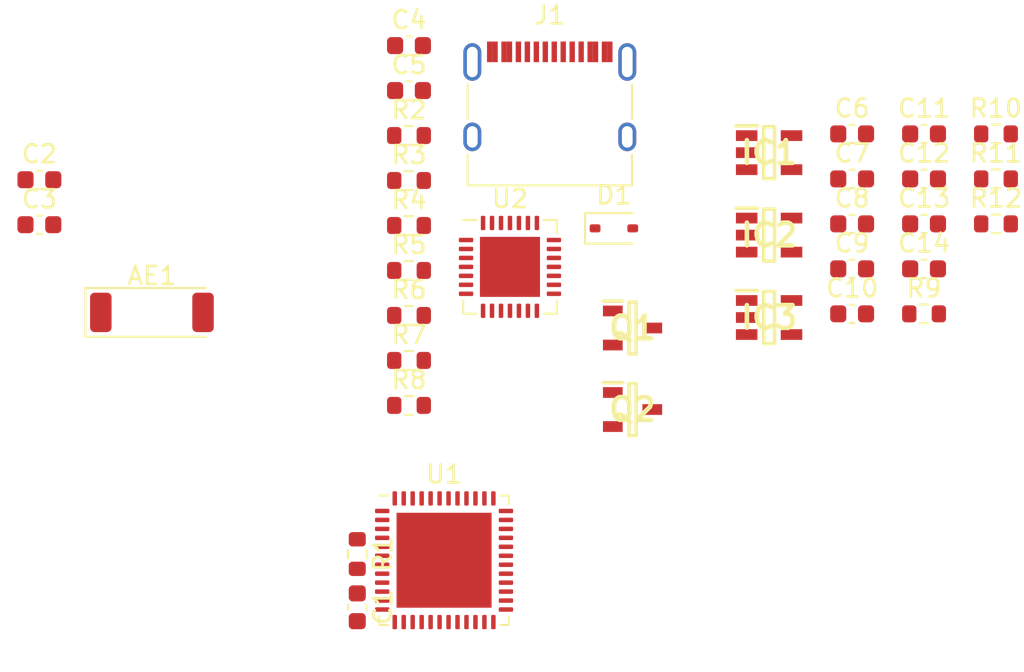
<source format=kicad_pcb>
(kicad_pcb (version 20221018) (generator pcbnew)
  (layers (0 "F.Cu" signal) (31 "B.Cu" signal) (34 "B.Paste" user) (35 "F.Paste" user) (36 "B.SilkS" user "B.Silkscreen") (37 "F.SilkS" user "F.Silkscreen") (38 "B.Mask" user) (39 "F.Mask" user) (44 "Edge.Cuts" user))
  (net 0 "")
  (net 1 "Net-(AE1-A)")
  (net 2 "GND")
  (net 3 "/EN")
  (net 4 "+3.3V")
  (net 5 "/SENSOR_VP")
  (net 6 "/SENSOR_CAPP")
  (net 7 "/SENSOR_CAPN")
  (net 8 "/SENSOR_VM")
  (net 11 "/SENSOR_SDA")
  (net 12 "/SENSOR_SCL")
  (net 14 "/SD_MISO")
  (net 16 "/SD_CLK")
  (net 17 "/KEY_D")
  (net 18 "/SD_MOSI")
  (net 19 "/SD_CS")
  (net 20 "/LCD_DC")
  (net 21 "/GPIO_0")
  (net 22 "/LCD_RES")
  (net 23 "/FLASH_CS")
  (net 25 "/FLASH_SD0")
  (net 26 "/KEY_E")
  (net 27 "/KEY_U")
  (net 28 "/FLASH_SD2")
  (net 29 "/FLASH_CLK")
  (net 30 "/FLASH_SD3")
  (net 31 "/FLASH_SD1")
  (net 32 "/LCD_BLK")
  (net 33 "/LCD_CLK")
  (net 34 "/LCD_MOSI")
  (net 35 "/KEY_L")
  (net 37 "/U0RXD")
  (net 38 "/U0TXD")
  (net 39 "/KEY_R")
  (net 44 "+5V")
  (net 45 "Net-(D1-A)")
  (net 46 "Net-(J1-CC1)")
  (net 47 "Net-(J1-D+-PadA6)")
  (net 48 "Net-(J1-D--PadA7)")
  (net 50 "Net-(J1-CC2)")
  (net 52 "Net-(U2-~{RST})")
  (net 53 "Net-(Q1-B)")
  (net 54 "/DTR")
  (net 55 "Net-(Q2-B)")
  (net 56 "/RTS")
  (net 57 "/USB_DN")
  (net 58 "/USB_DP")
  (net 77 "/SENSOR_VCC")
  (net 78 "/LCD_VCC")
  (net 79 "Net-(IC1-BYPASS)")
  (net 80 "Net-(IC2-BYPASS)")
  (net 81 "Net-(IC3-BYPASS)")
  (footprint "Capacitor_SMD:C_0603_1608Metric" (layer "F.Cu") (at 69.515 26.93)
    (fp_text reference "C13" (at 0 -1.43) (layer "F.SilkS"))
    (fp_text value "0.01uF")
    (fp_line (start -0.14058 -0.51) (end 0.14058 -0.51) (stroke (width 0.12)) (layer "F.SilkS"))
    (fp_line (start -0.14058 0.51) (end 0.14058 0.51) (stroke (width 0.12)) (layer "F.SilkS"))
    (pad "1" smd roundrect (at -0.775 0) (size 0.9 0.95) (layers "F.Cu" "F.Paste" "F.Mask") (net 80 "Net-(IC2-BYPASS)"))
    (pad "2" smd roundrect (at 0.775 0) (size 0.9 0.95) (layers "F.Cu" "F.Paste" "F.Mask") (net 2 "GND"))
  )
  (footprint "Capacitor_SMD:C_0603_1608Metric" (layer "F.Cu") (at 40.795 19.49)
    (fp_text reference "C5" (at 0 -1.43) (layer "F.SilkS"))
    (fp_text value "0.1uF")
    (fp_line (start -0.14058 -0.51) (end 0.14058 -0.51) (stroke (width 0.12)) (layer "F.SilkS"))
    (fp_line (start -0.14058 0.51) (end 0.14058 0.51) (stroke (width 0.12)) (layer "F.SilkS"))
    (pad "1" smd roundrect (at -0.775 0) (size 0.9 0.95) (layers "F.Cu" "F.Paste" "F.Mask") (net 2 "GND"))
    (pad "2" smd roundrect (at 0.775 0) (size 0.9 0.95) (layers "F.Cu" "F.Paste" "F.Mask") (net 44 "+5V"))
  )
  (footprint "Connector_USB:USB_C_Receptacle_XKB_U262-16XN-4BVC11" (layer "F.Cu") (at 48.645 21)
    (fp_text reference "J1" (at 0 -5.715) (layer "F.SilkS"))
    (fp_text value "USB_C_Receptacle")
    (fp_line (start -4.58 -1.85) (end -4.58 0.07) (stroke (width 0.12)) (layer "F.SilkS"))
    (fp_line (start -4.58 3.785) (end -4.58 2.08) (stroke (width 0.12)) (layer "F.SilkS"))
    (fp_line (start 4.58 0.07) (end 4.58 -1.85) (stroke (width 0.12)) (layer "F.SilkS"))
    (fp_line (start 4.58 2.08) (end 4.58 3.785) (stroke (width 0.12)) (layer "F.SilkS"))
    (fp_line (start 4.58 3.785) (end -4.58 3.785) (stroke (width 0.12)) (layer "F.SilkS"))
    (pad "" np_thru_hole circle (at -2.89 -2.605) (size 0.65 0.65) (drill 0.65) (layers "*.Cu" "*.Mask"))
    (pad "" np_thru_hole circle (at 2.89 -2.605) (size 0.65 0.65) (drill 0.65) (layers "*.Cu" "*.Mask"))
    (pad "A1" smd rect (at -3.35 -3.67) (size 0.3 1.15) (layers "F.Cu" "F.Paste" "F.Mask") (net 2 "GND"))
    (pad "A4" smd rect (at -2.55 -3.67) (size 0.3 1.15) (layers "F.Cu" "F.Paste" "F.Mask") (net 45 "Net-(D1-A)"))
    (pad "A5" smd rect (at -1.25 -3.67) (size 0.3 1.15) (layers "F.Cu" "F.Paste" "F.Mask") (net 46 "Net-(J1-CC1)"))
    (pad "A6" smd rect (at -0.25 -3.67) (size 0.3 1.15) (layers "F.Cu" "F.Paste" "F.Mask") (net 47 "Net-(J1-D+-PadA6)"))
    (pad "A7" smd rect (at 0.25 -3.67) (size 0.3 1.15) (layers "F.Cu" "F.Paste" "F.Mask") (net 48 "Net-(J1-D--PadA7)"))
    (pad "A8" smd rect (at 1.25 -3.67) (size 0.3 1.15) (layers "F.Cu" "F.Paste" "F.Mask"))
    (pad "A9" smd rect (at 2.55 -3.67) (size 0.3 1.15) (layers "F.Cu" "F.Paste" "F.Mask") (net 45 "Net-(D1-A)"))
    (pad "A12" smd rect (at 3.35 -3.67) (size 0.3 1.15) (layers "F.Cu" "F.Paste" "F.Mask") (net 2 "GND"))
    (pad "B1" smd rect (at 3.05 -3.67) (size 0.3 1.15) (layers "F.Cu" "F.Paste" "F.Mask") (net 2 "GND"))
    (pad "B4" smd rect (at 2.25 -3.67) (size 0.3 1.15) (layers "F.Cu" "F.Paste" "F.Mask") (net 45 "Net-(D1-A)"))
    (pad "B5" smd rect (at 1.75 -3.67) (size 0.3 1.15) (layers "F.Cu" "F.Paste" "F.Mask") (net 50 "Net-(J1-CC2)"))
    (pad "B6" smd rect (at 0.75 -3.67) (size 0.3 1.15) (layers "F.Cu" "F.Paste" "F.Mask") (net 47 "Net-(J1-D+-PadA6)"))
    (pad "B7" smd rect (at -0.75 -3.67) (size 0.3 1.15) (layers "F.Cu" "F.Paste" "F.Mask") (net 48 "Net-(J1-D--PadA7)"))
    (pad "B8" smd rect (at -1.75 -3.67) (size 0.3 1.15) (layers "F.Cu" "F.Paste" "F.Mask"))
    (pad "B9" smd rect (at -2.25 -3.67) (size 0.3 1.15) (layers "F.Cu" "F.Paste" "F.Mask") (net 45 "Net-(D1-A)"))
    (pad "B12" smd rect (at -3.05 -3.67) (size 0.3 1.15) (layers "F.Cu" "F.Paste" "F.Mask") (net 2 "GND"))
    (pad "S1" thru_hole oval (at -4.32 -3.105) (size 1 2.1) (drill oval 0.6 1.7) (layers "*.Cu" "*.Mask") (net 2 "GND"))
    (pad "S1" thru_hole oval (at -4.32 1.075) (size 1 1.6) (drill oval 0.6 1.2) (layers "*.Cu" "*.Mask") (net 2 "GND"))
    (pad "S1" thru_hole oval (at 4.32 -3.105) (size 1 2.1) (drill oval 0.6 1.7) (layers "*.Cu" "*.Mask") (net 2 "GND"))
    (pad "S1" thru_hole oval (at 4.32 1.075) (size 1 1.6) (drill oval 0.6 1.2) (layers "*.Cu" "*.Mask") (net 2 "GND"))
  )
  (footprint "RF_Antenna:Johanson_2450AT43F0100" (layer "F.Cu") (at 26.46 31.87)
    (fp_text reference "AE1" (at 0 -2.05) (layer "F.SilkS"))
    (fp_text value "Antenna_Shield")
    (fp_line (start -3.71 -1.36) (end -3.71 1.36) (stroke (width 0.12)) (layer "F.SilkS"))
    (fp_line (start -3.71 1.36) (end 3 1.36) (stroke (width 0.12)) (layer "F.SilkS"))
    (fp_line (start 3 -1.36) (end -3.71 -1.36) (stroke (width 0.12)) (layer "F.SilkS"))
    (pad "1" smd roundrect (at -2.85 0) (size 1.2 2.2) (layers "F.Cu" "F.Paste" "F.Mask") (roundrect_rratio 0.208333) (net 1 "Net-(AE1-A)"))
    (pad "2" smd roundrect (at 2.85 0) (size 1.2 2.2) (layers "F.Cu" "F.Paste" "F.Mask") (roundrect_rratio 0.208333) (net 2 "GND"))
  )
  (footprint "Resistor_SMD:R_0603_1608Metric" (layer "F.Cu") (at 40.795 37.06)
    (fp_text reference "R8" (at 0 -1.43) (layer "F.SilkS"))
    (fp_text value "22R")
    (fp_line (start -0.237258 -0.5225) (end 0.237258 -0.5225) (stroke (width 0.12)) (layer "F.SilkS"))
    (fp_line (start -0.237258 0.5225) (end 0.237258 0.5225) (stroke (width 0.12)) (layer "F.SilkS"))
    (pad "1" smd roundrect (at -0.825 0) (size 0.8 0.95) (layers "F.Cu" "F.Paste" "F.Mask") (net 47 "Net-(J1-D+-PadA6)"))
    (pad "2" smd roundrect (at 0.825 0) (size 0.8 0.95) (layers "F.Cu" "F.Paste" "F.Mask") (net 58 "/USB_DP"))
  )
  (footprint "Resistor_SMD:R_0603_1608Metric" (layer "F.Cu") (at 40.795 24.51)
    (fp_text reference "R3" (at 0 -1.43) (layer "F.SilkS"))
    (fp_text value "12K")
    (fp_line (start -0.237258 -0.5225) (end 0.237258 -0.5225) (stroke (width 0.12)) (layer "F.SilkS"))
    (fp_line (start -0.237258 0.5225) (end 0.237258 0.5225) (stroke (width 0.12)) (layer "F.SilkS"))
    (pad "1" smd roundrect (at -0.825 0) (size 0.8 0.95) (layers "F.Cu" "F.Paste" "F.Mask") (net 53 "Net-(Q1-B)"))
    (pad "2" smd roundrect (at 0.825 0) (size 0.8 0.95) (layers "F.Cu" "F.Paste" "F.Mask") (net 54 "/DTR"))
  )
  (footprint "Capacitor_SMD:C_0603_1608Metric" (layer "F.Cu") (at 65.505 21.91)
    (fp_text reference "C6" (at 0 -1.43) (layer "F.SilkS"))
    (fp_text value "1uF")
    (fp_line (start -0.14058 -0.51) (end 0.14058 -0.51) (stroke (width 0.12)) (layer "F.SilkS"))
    (fp_line (start -0.14058 0.51) (end 0.14058 0.51) (stroke (width 0.12)) (layer "F.SilkS"))
    (pad "1" smd roundrect (at -0.775 0) (size 0.9 0.95) (layers "F.Cu" "F.Paste" "F.Mask") (net 44 "+5V"))
    (pad "2" smd roundrect (at 0.775 0) (size 0.9 0.95) (layers "F.Cu" "F.Paste" "F.Mask") (net 2 "GND"))
  )
  (footprint "Capacitor_SMD:C_0603_1608Metric" (layer "F.Cu") (at 65.505 31.95)
    (fp_text reference "C10" (at 0 -1.43) (layer "F.SilkS"))
    (fp_text value "1uF")
    (fp_line (start -0.14058 -0.51) (end 0.14058 -0.51) (stroke (width 0.12)) (layer "F.SilkS"))
    (fp_line (start -0.14058 0.51) (end 0.14058 0.51) (stroke (width 0.12)) (layer "F.SilkS"))
    (pad "1" smd roundrect (at -0.775 0) (size 0.9 0.95) (layers "F.Cu" "F.Paste" "F.Mask") (net 77 "/SENSOR_VCC"))
    (pad "2" smd roundrect (at 0.775 0) (size 0.9 0.95) (layers "F.Cu" "F.Paste" "F.Mask") (net 2 "GND"))
  )
  (footprint "Resistor_SMD:R_0603_1608Metric" (layer "F.Cu") (at 73.525 26.93)
    (fp_text reference "R12" (at 0 -1.43) (layer "F.SilkS"))
    (fp_text value "10K")
    (fp_line (start -0.237258 -0.5225) (end 0.237258 -0.5225) (stroke (width 0.12)) (layer "F.SilkS"))
    (fp_line (start -0.237258 0.5225) (end 0.237258 0.5225) (stroke (width 0.12)) (layer "F.SilkS"))
    (pad "1" smd roundrect (at -0.825 0) (size 0.8 0.95) (layers "F.Cu" "F.Paste" "F.Mask") (net 14 "/SD_MISO"))
    (pad "2" smd roundrect (at 0.825 0) (size 0.8 0.95) (layers "F.Cu" "F.Paste" "F.Mask") (net 4 "+3.3V"))
  )
  (footprint "Resistor_SMD:R_0603_1608Metric" (layer "F.Cu") (at 73.525 21.91)
    (fp_text reference "R10" (at 0 -1.43) (layer "F.SilkS"))
    (fp_text value "10K")
    (fp_line (start -0.237258 -0.5225) (end 0.237258 -0.5225) (stroke (width 0.12)) (layer "F.SilkS"))
    (fp_line (start -0.237258 0.5225) (end 0.237258 0.5225) (stroke (width 0.12)) (layer "F.SilkS"))
    (pad "1" smd roundrect (at -0.825 0) (size 0.8 0.95) (layers "F.Cu" "F.Paste" "F.Mask") (net 18 "/SD_MOSI"))
    (pad "2" smd roundrect (at 0.825 0) (size 0.8 0.95) (layers "F.Cu" "F.Paste" "F.Mask") (net 4 "+3.3V"))
  )
  (footprint "Capacitor_SMD:C_0603_1608Metric" (layer "F.Cu") (at 37.91 48.325 -90)
    (fp_text reference "C1" (at 0 -1.43 90) (layer "F.SilkS"))
    (fp_text value "0.1uF")
    (fp_line (start -0.14058 -0.51) (end 0.14058 -0.51) (stroke (width 0.12)) (layer "F.SilkS"))
    (fp_line (start -0.14058 0.51) (end 0.14058 0.51) (stroke (width 0.12)) (layer "F.SilkS"))
    (pad "1" smd roundrect (at -0.775 0 270) (size 0.9 0.95) (layers "F.Cu" "F.Paste" "F.Mask") (net 3 "/EN"))
    (pad "2" smd roundrect (at 0.775 0 270) (size 0.9 0.95) (layers "F.Cu" "F.Paste" "F.Mask") (net 2 "GND"))
  )
  (footprint "Library:SOT95P280X145-5N" (layer "F.Cu") (at 60.875 32.155)
    (fp_text reference "IC3" (at 0 0) (layer "F.SilkS") (effects (font (size 1.27 1.27) (thickness 0.254))))
    (fp_text value "LP2992IM5-3.3" hide)
    (fp_line (start -1.85 -1.5) (end -0.65 -1.5) (stroke (width 0.2)) (layer "F.SilkS"))
    (fp_line (start -0.3 -1.45) (end 0.3 -1.45) (stroke (width 0.2)) (layer "F.SilkS"))
    (fp_line (start -0.3 1.45) (end -0.3 -1.45) (stroke (width 0.2)) (layer "F.SilkS"))
    (fp_line (start 0.3 -1.45) (end 0.3 1.45) (stroke (width 0.2)) (layer "F.SilkS"))
    (fp_line (start 0.3 1.45) (end -0.3 1.45) (stroke (width 0.2)) (layer "F.SilkS"))
    (pad "1" smd rect (at -1.25 -0.95 90) (size 0.6 1.2) (layers "F.Cu" "F.Paste" "F.Mask") (net 44 "+5V"))
    (pad "2" smd rect (at -1.25 0 90) (size 0.6 1.2) (layers "F.Cu" "F.Paste" "F.Mask") (net 2 "GND"))
    (pad "3" smd rect (at -1.25 0.95 90) (size 0.6 1.2) (layers "F.Cu" "F.Paste" "F.Mask") (net 44 "+5V"))
    (pad "4" smd rect (at 1.25 0.95 90) (size 0.6 1.2) (layers "F.Cu" "F.Paste" "F.Mask") (net 81 "Net-(IC3-BYPASS)"))
    (pad "5" smd rect (at 1.25 -0.95 90) (size 0.6 1.2) (layers "F.Cu" "F.Paste" "F.Mask") (net 78 "/LCD_VCC"))
  )
  (footprint "Capacitor_SMD:C_0603_1608Metric" (layer "F.Cu") (at 65.505 29.44)
    (fp_text reference "C9" (at 0 -1.43) (layer "F.SilkS"))
    (fp_text value "1uF")
    (fp_line (start -0.14058 -0.51) (end 0.14058 -0.51) (stroke (width 0.12)) (layer "F.SilkS"))
    (fp_line (start -0.14058 0.51) (end 0.14058 0.51) (stroke (width 0.12)) (layer "F.SilkS"))
    (pad "1" smd roundrect (at -0.775 0) (size 0.9 0.95) (layers "F.Cu" "F.Paste" "F.Mask") (net 4 "+3.3V"))
    (pad "2" smd roundrect (at 0.775 0) (size 0.9 0.95) (layers "F.Cu" "F.Paste" "F.Mask") (net 2 "GND"))
  )
  (footprint "Resistor_SMD:R_0603_1608Metric" (layer "F.Cu") (at 37.91 45.355 -90)
    (fp_text reference "R1" (at 0 -1.43 90) (layer "F.SilkS"))
    (fp_text value "10K")
    (fp_line (start -0.237258 -0.5225) (end 0.237258 -0.5225) (stroke (width 0.12)) (layer "F.SilkS"))
    (fp_line (start -0.237258 0.5225) (end 0.237258 0.5225) (stroke (width 0.12)) (layer "F.SilkS"))
    (pad "1" smd roundrect (at -0.825 0 270) (size 0.8 0.95) (layers "F.Cu" "F.Paste" "F.Mask") (net 4 "+3.3V"))
    (pad "2" smd roundrect (at 0.825 0 270) (size 0.8 0.95) (layers "F.Cu" "F.Paste" "F.Mask") (net 3 "/EN"))
  )
  (footprint "Capacitor_SMD:C_0603_1608Metric" (layer "F.Cu") (at 69.515 24.42)
    (fp_text reference "C12" (at 0 -1.43) (layer "F.SilkS"))
    (fp_text value "0.01uF")
    (fp_line (start -0.14058 -0.51) (end 0.14058 -0.51) (stroke (width 0.12)) (layer "F.SilkS"))
    (fp_line (start -0.14058 0.51) (end 0.14058 0.51) (stroke (width 0.12)) (layer "F.SilkS"))
    (pad "1" smd roundrect (at -0.775 0) (size 0.9 0.95) (layers "F.Cu" "F.Paste" "F.Mask") (net 79 "Net-(IC1-BYPASS)"))
    (pad "2" smd roundrect (at 0.775 0) (size 0.9 0.95) (layers "F.Cu" "F.Paste" "F.Mask") (net 2 "GND"))
  )
  (footprint "Library:SOT95P240X115-3N" (layer "F.Cu") (at 53.26 32.74)
    (fp_text reference "Q1" (at 0 0) (layer "F.SilkS") (effects (font (size 1.27 1.27) (thickness 0.254))))
    (fp_text value "S8050" hide)
    (fp_line (start -1.65 -1.5) (end -0.55 -1.5) (stroke (width 0.2)) (layer "F.SilkS"))
    (fp_line (start -0.2 -1.45) (end 0.2 -1.45) (stroke (width 0.2)) (layer "F.SilkS"))
    (fp_line (start -0.2 1.45) (end -0.2 -1.45) (stroke (width 0.2)) (layer "F.SilkS"))
    (fp_line (start 0.2 -1.45) (end 0.2 1.45) (stroke (width 0.2)) (layer "F.SilkS"))
    (fp_line (start 0.2 1.45) (end -0.2 1.45) (stroke (width 0.2)) (layer "F.SilkS"))
    (pad "1" smd rect (at -1.1 -0.95 90) (size 0.6 1.1) (layers "F.Cu" "F.Paste" "F.Mask") (net 53 "Net-(Q1-B)"))
    (pad "2" smd rect (at -1.1 0.95 90) (size 0.6 1.1) (layers "F.Cu" "F.Paste" "F.Mask") (net 56 "/RTS"))
    (pad "3" smd rect (at 1.1 0 90) (size 0.6 1.1) (layers "F.Cu" "F.Paste" "F.Mask") (net 3 "/EN"))
  )
  (footprint "Diode_SMD:D_SOD-323" (layer "F.Cu") (at 52.22 27.18)
    (fp_text reference "D1" (at 0 -1.85) (layer "F.SilkS"))
    (fp_text value "1N4148WS")
    (fp_line (start -1.61 -0.85) (end -1.61 0.85) (stroke (width 0.12)) (layer "F.SilkS"))
    (fp_line (start -1.61 -0.85) (end 1.05 -0.85) (stroke (width 0.12)) (layer "F.SilkS"))
    (fp_line (start -1.61 0.85) (end 1.05 0.85) (stroke (width 0.12)) (layer "F.SilkS"))
    (pad "1" smd roundrect (at -1.05 0) (size 0.6 0.45) (layers "F.Cu" "F.Paste" "F.Mask") (net 44 "+5V"))
    (pad "2" smd roundrect (at 1.05 0) (size 0.6 0.45) (layers "F.Cu" "F.Paste" "F.Mask") (net 45 "Net-(D1-A)"))
  )
  (footprint "Resistor_SMD:R_0603_1608Metric" (layer "F.Cu") (at 40.795 29.53)
    (fp_text reference "R5" (at 0 -1.43) (layer "F.SilkS"))
    (fp_text value "5K1")
    (fp_line (start -0.237258 -0.5225) (end 0.237258 -0.5225) (stroke (width 0.12)) (layer "F.SilkS"))
    (fp_line (start -0.237258 0.5225) (end 0.237258 0.5225) (stroke (width 0.12)) (layer "F.SilkS"))
    (pad "1" smd roundrect (at -0.825 0) (size 0.8 0.95) (layers "F.Cu" "F.Paste" "F.Mask") (net 46 "Net-(J1-CC1)"))
    (pad "2" smd roundrect (at 0.825 0) (size 0.8 0.95) (layers "F.Cu" "F.Paste" "F.Mask") (net 2 "GND"))
  )
  (footprint "Resistor_SMD:R_0603_1608Metric" (layer "F.Cu") (at 40.795 34.55)
    (fp_text reference "R7" (at 0 -1.43) (layer "F.SilkS"))
    (fp_text value "22R")
    (fp_line (start -0.237258 -0.5225) (end 0.237258 -0.5225) (stroke (width 0.12)) (layer "F.SilkS"))
    (fp_line (start -0.237258 0.5225) (end 0.237258 0.5225) (stroke (width 0.12)) (layer "F.SilkS"))
    (pad "1" smd roundrect (at -0.825 0) (size 0.8 0.95) (layers "F.Cu" "F.Paste" "F.Mask") (net 48 "Net-(J1-D--PadA7)"))
    (pad "2" smd roundrect (at 0.825 0) (size 0.8 0.95) (layers "F.Cu" "F.Paste" "F.Mask") (net 57 "/USB_DN"))
  )
  (footprint "Capacitor_SMD:C_0603_1608Metric" (layer "F.Cu") (at 69.515 29.44)
    (fp_text reference "C14" (at 0 -1.43) (layer "F.SilkS"))
    (fp_text value "0.01uF")
    (fp_line (start -0.14058 -0.51) (end 0.14058 -0.51) (stroke (width 0.12)) (layer "F.SilkS"))
    (fp_line (start -0.14058 0.51) (end 0.14058 0.51) (stroke (width 0.12)) (layer "F.SilkS"))
    (pad "1" smd roundrect (at -0.775 0) (size 0.9 0.95) (layers "F.Cu" "F.Paste" "F.Mask") (net 81 "Net-(IC3-BYPASS)"))
    (pad "2" smd roundrect (at 0.775 0) (size 0.9 0.95) (layers "F.Cu" "F.Paste" "F.Mask") (net 2 "GND"))
  )
  (footprint "Package_DFN_QFN:QFN-48-1EP_7x7mm_P0.5mm_EP5.3x5.3mm" (layer "F.Cu") (at 42.75 45.7)
    (fp_text reference "U1" (at 0 -4.8) (layer "F.SilkS"))
    (fp_text value "ESP32-PICO-D4")
    (fp_line (start -3.61 3.61) (end -3.61 3.135) (stroke (width 0.12)) (layer "F.SilkS"))
    (fp_line (start -3.135 -3.61) (end -3.61 -3.61) (stroke (width 0.12)) (layer "F.SilkS"))
    (fp_line (start -3.135 3.61) (end -3.61 3.61) (stroke (width 0.12)) (layer "F.SilkS"))
    (fp_line (start 3.135 -3.61) (end 3.61 -3.61) (stroke (width 0.12)) (layer "F.SilkS"))
    (fp_line (start 3.135 3.61) (end 3.61 3.61) (stroke (width 0.12)) (layer "F.SilkS"))
    (fp_line (start 3.61 -3.61) (end 3.61 -3.135) (stroke (width 0.12)) (layer "F.SilkS"))
    (fp_line (start 3.61 3.61) (end 3.61 3.135) (stroke (width 0.12)) (layer "F.SilkS"))
    (pad "1" smd roundrect (at -3.45 -2.75) (size 0.8 0.25) (layers "F.Cu" "F.Paste" "F.Mask") (net 4 "+3.3V"))
    (pad "2" smd roundrect (at -3.45 -2.25) (size 0.8 0.25) (layers "F.Cu" "F.Paste" "F.Mask") (net 1 "Net-(AE1-A)"))
    (pad "3" smd roundrect (at -3.45 -1.75) (size 0.8 0.25) (layers "F.Cu" "F.Paste" "F.Mask") (net 4 "+3.3V"))
    (pad "4" smd roundrect (at -3.45 -1.25) (size 0.8 0.25) (layers "F.Cu" "F.Paste" "F.Mask") (net 4 "+3.3V"))
    (pad "5" smd roundrect (at -3.45 -0.75) (size 0.8 0.25) (layers "F.Cu" "F.Paste" "F.Mask") (net 5 "/SENSOR_VP"))
    (pad "6" smd roundrect (at -3.45 -0.25) (size 0.8 0.25) (layers "F.Cu" "F.Paste" "F.Mask") (net 6 "/SENSOR_CAPP"))
    (pad "7" smd roundrect (at -3.45 0.25) (size 0.8 0.25) (layers "F.Cu" "F.Paste" "F.Mask") (net 7 "/SENSOR_CAPN"))
    (pad "8" smd roundrect (at -3.45 0.75) (size 0.8 0.25) (layers "F.Cu" "F.Paste" "F.Mask") (net 8 "/SENSOR_VM"))
    (pad "9" smd roundrect (at -3.45 1.25) (size 0.8 0.25) (layers "F.Cu" "F.Paste" "F.Mask") (net 3 "/EN"))
    (pad "10" smd roundrect (at -3.45 1.75) (size 0.8 0.25) (layers "F.Cu" "F.Paste" "F.Mask"))
    (pad "11" smd roundrect (at -3.45 2.25) (size 0.8 0.25) (layers "F.Cu" "F.Paste" "F.Mask"))
    (pad "12" smd roundrect (at -3.45 2.75) (size 0.8 0.25) (layers "F.Cu" "F.Paste" "F.Mask") (net 11 "/SENSOR_SDA"))
    (pad "13" smd roundrect (at -2.75 3.45) (size 0.25 0.8) (layers "F.Cu" "F.Paste" "F.Mask") (net 12 "/SENSOR_SCL"))
    (pad "14" smd roundrect (at -2.25 3.45) (size 0.25 0.8) (layers "F.Cu" "F.Paste" "F.Mask"))
    (pad "15" smd roundrect (at -1.75 3.45) (size 0.25 0.8) (layers "F.Cu" "F.Paste" "F.Mask") (net 14 "/SD_MISO"))
    (pad "16" smd roundrect (at -1.25 3.45) (size 0.25 0.8) (layers "F.Cu" "F.Paste" "F.Mask"))
    (pad "17" smd roundrect (at -0.75 3.45) (size 0.25 0.8) (layers "F.Cu" "F.Paste" "F.Mask") (net 16 "/SD_CLK"))
    (pad "18" smd roundrect (at -0.25 3.45) (size 0.25 0.8) (layers "F.Cu" "F.Paste" "F.Mask") (net 17 "/KEY_D"))
    (pad "19" smd roundrect (at 0.25 3.45) (size 0.25 0.8) (layers "F.Cu" "F.Paste" "F.Mask") (net 4 "+3.3V"))
    (pad "20" smd roundrect (at 0.75 3.45) (size 0.25 0.8) (layers "F.Cu" "F.Paste" "F.Mask") (net 18 "/SD_MOSI"))
    (pad "21" smd roundrect (at 1.25 3.45) (size 0.25 0.8) (layers "F.Cu" "F.Paste" "F.Mask") (net 19 "/SD_CS"))
    (pad "22" smd roundrect (at 1.75 3.45) (size 0.25 0.8) (layers "F.Cu" "F.Paste" "F.Mask") (net 20 "/LCD_DC"))
    (pad "23" smd roundrect (at 2.25 3.45) (size 0.25 0.8) (layers "F.Cu" "F.Paste" "F.Mask") (net 21 "/GPIO_0"))
    (pad "24" smd roundrect (at 2.75 3.45) (size 0.25 0.8) (layers "F.Cu" "F.Paste" "F.Mask") (net 22 "/LCD_RES"))
    (pad "25" smd roundrect (at 3.45 2.75) (size 0.8 0.25) (layers "F.Cu" "F.Paste" "F.Mask") (net 23 "/FLASH_CS"))
    (pad "26" smd roundrect (at 3.45 2.25) (size 0.8 0.25) (layers "F.Cu" "F.Paste" "F.Mask"))
    (pad "27" smd roundrect (at 3.45 1.75) (size 0.8 0.25) (layers "F.Cu" "F.Paste" "F.Mask") (net 25 "/FLASH_SD0"))
    (pad "28" smd roundrect (at 3.45 1.25) (size 0.8 0.25) (layers "F.Cu" "F.Paste" "F.Mask") (net 26 "/KEY_E"))
    (pad "29" smd roundrect (at 3.45 0.75) (size 0.8 0.25) (layers "F.Cu" "F.Paste" "F.Mask") (net 27 "/KEY_U"))
    (pad "30" smd roundrect (at 3.45 0.25) (size 0.8 0.25) (layers "F.Cu" "F.Paste" "F.Mask") (net 28 "/FLASH_SD2"))
    (pad "31" smd roundrect (at 3.45 -0.25) (size 0.8 0.25) (layers "F.Cu" "F.Paste" "F.Mask") (net 29 "/FLASH_CLK"))
    (pad "32" smd roundrect (at 3.45 -0.75) (size 0.8 0.25) (layers "F.Cu" "F.Paste" "F.Mask") (net 30 "/FLASH_SD3"))
    (pad "33" smd roundrect (at 3.45 -1.25) (size 0.8 0.25) (layers "F.Cu" "F.Paste" "F.Mask") (net 31 "/FLASH_SD1"))
    (pad "34" smd roundrect (at 3.45 -1.75) (size 0.8 0.25) (layers "F.Cu" "F.Paste" "F.Mask") (net 32 "/LCD_BLK"))
    (pad "35" smd roundrect (at 3.45 -2.25) (size 0.8 0.25) (layers "F.Cu" "F.Paste" "F.Mask") (net 33 "/LCD_CLK"))
    (pad "36" smd roundrect (at 3.45 -2.75) (size 0.8 0.25) (layers "F.Cu" "F.Paste" "F.Mask") (net 34 "/LCD_MOSI"))
    (pad "37" smd roundrect (at 2.75 -3.45) (size 0.25 0.8) (layers "F.Cu" "F.Paste" "F.Mask") (net 4 "+3.3V"))
    (pad "38" smd roundrect (at 2.25 -3.45) (size 0.25 0.8) (layers "F.Cu" "F.Paste" "F.Mask") (net 35 "/KEY_L"))
    (pad "39" smd roundrect (at 1.75 -3.45) (size 0.25 0.8) (layers "F.Cu" "F.Paste" "F.Mask"))
    (pad "40" smd roundrect (at 1.25 -3.45) (size 0.25 0.8) (layers "F.Cu" "F.Paste" "F.Mask") (net 37 "/U0RXD"))
    (pad "41" smd roundrect (at 0.75 -3.45) (size 0.25 0.8) (layers "F.Cu" "F.Paste" "F.Mask") (net 38 "/U0TXD"))
    (pad "42" smd roundrect (at 0.25 -3.45) (size 0.25 0.8) (layers "F.Cu" "F.Paste" "F.Mask") (net 39 "/KEY_R"))
    (pad "43" smd roundrect (at -0.25 -3.45) (size 0.25 0.8) (layers "F.Cu" "F.Paste" "F.Mask") (net 4 "+3.3V"))
    (pad "44" smd roundrect (at -0.75 -3.45) (size 0.25 0.8) (layers "F.Cu" "F.Paste" "F.Mask"))
    (pad "45" smd roundrect (at -1.25 -3.45) (size 0.25 0.8) (layers "F.Cu" "F.Paste" "F.Mask"))
    (pad "46" smd roundrect (at -1.75 -3.45) (size 0.25 0.8) (layers "F.Cu" "F.Paste" "F.Mask") (net 4 "+3.3V"))
    (pad "47" smd roundrect (at -2.25 -3.45) (size 0.25 0.8) (layers "F.Cu" "F.Paste" "F.Mask"))
    (pad "48" smd roundrect (at -2.75 -3.45) (size 0.25 0.8) (layers "F.Cu" "F.Paste" "F.Mask"))
    (pad "49" smd rect (at 0 0) (size 5.3 5.3) (layers "F.Cu" "F.Mask") (net 2 "GND"))
  )
  (footprint "Library:SOT95P240X115-3N" (layer "F.Cu") (at 53.26 37.29)
    (fp_text reference "Q2" (at 0 0) (layer "F.SilkS") (effects (font (size 1.27 1.27) (thickness 0.254))))
    (fp_text value "S8050" hide)
    (fp_line (start -1.65 -1.5) (end -0.55 -1.5) (stroke (width 0.2)) (layer "F.SilkS"))
    (fp_line (start -0.2 -1.45) (end 0.2 -1.45) (stroke (width 0.2)) (layer "F.SilkS"))
    (fp_line (start -0.2 1.45) (end -0.2 -1.45) (stroke (width 0.2)) (layer "F.SilkS"))
    (fp_line (start 0.2 -1.45) (end 0.2 1.45) (stroke (width 0.2)) (layer "F.SilkS"))
    (fp_line (start 0.2 1.45) (end -0.2 1.45) (stroke (width 0.2)) (layer "F.SilkS"))
    (pad "1" smd rect (at -1.1 -0.95 90) (size 0.6 1.1) (layers "F.Cu" "F.Paste" "F.Mask") (net 55 "Net-(Q2-B)"))
    (pad "2" smd rect (at -1.1 0.95 90) (size 0.6 1.1) (layers "F.Cu" "F.Paste" "F.Mask") (net 54 "/DTR"))
    (pad "3" smd rect (at 1.1 0 90) (size 0.6 1.1) (layers "F.Cu" "F.Paste" "F.Mask") (net 21 "/GPIO_0"))
  )
  (footprint "Capacitor_SMD:C_0603_1608Metric" (layer "F.Cu") (at 20.185 26.975)
    (fp_text reference "C3" (at 0 -1.43) (layer "F.SilkS"))
    (fp_text value "0.1uF")
    (fp_line (start -0.14058 -0.51) (end 0.14058 -0.51) (stroke (width 0.12)) (layer "F.SilkS"))
    (fp_line (start -0.14058 0.51) (end 0.14058 0.51) (stroke (width 0.12)) (layer "F.SilkS"))
    (pad "1" smd roundrect (at -0.775 0) (size 0.9 0.95) (layers "F.Cu" "F.Paste" "F.Mask") (net 4 "+3.3V"))
    (pad "2" smd roundrect (at 0.775 0) (size 0.9 0.95) (layers "F.Cu" "F.Paste" "F.Mask") (net 2 "GND"))
  )
  (footprint "Resistor_SMD:R_0603_1608Metric" (layer "F.Cu") (at 40.795 32.04)
    (fp_text reference "R6" (at 0 -1.43) (layer "F.SilkS"))
    (fp_text value "5K1")
    (fp_line (start -0.237258 -0.5225) (end 0.237258 -0.5225) (stroke (width 0.12)) (layer "F.SilkS"))
    (fp_line (start -0.237258 0.5225) (end 0.237258 0.5225) (stroke (width 0.12)) (layer "F.SilkS"))
    (pad "1" smd roundrect (at -0.825 0) (size 0.8 0.95) (layers "F.Cu" "F.Paste" "F.Mask") (net 50 "Net-(J1-CC2)"))
    (pad "2" smd roundrect (at 0.825 0) (size 0.8 0.95) (layers "F.Cu" "F.Paste" "F.Mask") (net 2 "GND"))
  )
  (footprint "Capacitor_SMD:C_0603_1608Metric" (layer "F.Cu") (at 40.795 16.98)
    (fp_text reference "C4" (at 0 -1.43) (layer "F.SilkS"))
    (fp_text value "0.1uF")
    (fp_line (start -0.14058 -0.51) (end 0.14058 -0.51) (stroke (width 0.12)) (layer "F.SilkS"))
    (fp_line (start -0.14058 0.51) (end 0.14058 0.51) (stroke (width 0.12)) (layer "F.SilkS"))
    (pad "1" smd roundrect (at -0.775 0) (size 0.9 0.95) (layers "F.Cu" "F.Paste" "F.Mask") (net 2 "GND"))
    (pad "2" smd roundrect (at 0.775 0) (size 0.9 0.95) (layers "F.Cu" "F.Paste" "F.Mask") (net 44 "+5V"))
  )
  (footprint "Resistor_SMD:R_0603_1608Metric" (layer "F.Cu") (at 40.795 27.02)
    (fp_text reference "R4" (at 0 -1.43) (layer "F.SilkS"))
    (fp_text value "12K")
    (fp_line (start -0.237258 -0.5225) (end 0.237258 -0.5225) (stroke (width 0.12)) (layer "F.SilkS"))
    (fp_line (start -0.237258 0.5225) (end 0.237258 0.5225) (stroke (width 0.12)) (layer "F.SilkS"))
    (pad "1" smd roundrect (at -0.825 0) (size 0.8 0.95) (layers "F.Cu" "F.Paste" "F.Mask") (net 55 "Net-(Q2-B)"))
    (pad "2" smd roundrect (at 0.825 0) (size 0.8 0.95) (layers "F.Cu" "F.Paste" "F.Mask") (net 56 "/RTS"))
  )
  (footprint "Library:SOT95P280X145-5N" (layer "F.Cu") (at 60.875 22.955)
    (fp_text reference "IC1" (at 0 0) (layer "F.SilkS") (effects (font (size 1.27 1.27) (thickness 0.254))))
    (fp_text value "LP2992IM5-3.3" hide)
    (fp_line (start -1.85 -1.5) (end -0.65 -1.5) (stroke (width 0.2)) (layer "F.SilkS"))
    (fp_line (start -0.3 -1.45) (end 0.3 -1.45) (stroke (width 0.2)) (layer "F.SilkS"))
    (fp_line (start -0.3 1.45) (end -0.3 -1.45) (stroke (width 0.2)) (layer "F.SilkS"))
    (fp_line (start 0.3 -1.45) (end 0.3 1.45) (stroke (width 0.2)) (layer "F.SilkS"))
    (fp_line (start 0.3 1.45) (end -0.3 1.45) (stroke (width 0.2)) (layer "F.SilkS"))
    (pad "1" smd rect (at -1.25 -0.95 90) (size 0.6 1.2) (layers "F.Cu" "F.Paste" "F.Mask") (net 44 "+5V"))
    (pad "2" smd rect (at -1.25 0 90) (size 0.6 1.2) (layers "F.Cu" "F.Paste" "F.Mask") (net 2 "GND"))
    (pad "3" smd rect (at -1.25 0.95 90) (size 0.6 1.2) (layers "F.Cu" "F.Paste" "F.Mask") (net 44 "+5V"))
    (pad "4" smd rect (at 1.25 0.95 90) (size 0.6 1.2) (layers "F.Cu" "F.Paste" "F.Mask") (net 79 "Net-(IC1-BYPASS)"))
    (pad "5" smd rect (at 1.25 -0.95 90) (size 0.6 1.2) (layers "F.Cu" "F.Paste" "F.Mask") (net 4 "+3.3V"))
  )
  (footprint "Resistor_SMD:R_0603_1608Metric" (layer "F.Cu") (at 40.795 22)
    (fp_text reference "R2" (at 0 -1.43) (layer "F.SilkS"))
    (fp_text value "10K")
    (fp_line (start -0.237258 -0.5225) (end 0.237258 -0.5225) (stroke (width 0.12)) (layer "F.SilkS"))
    (fp_line (start -0.237258 0.5225) (end 0.237258 0.5225) (stroke (width 0.12)) (layer "F.SilkS"))
    (pad "1" smd roundrect (at -0.825 0) (size 0.8 0.95) (layers "F.Cu" "F.Paste" "F.Mask") (net 44 "+5V"))
    (pad "2" smd roundrect (at 0.825 0) (size 0.8 0.95) (layers "F.Cu" "F.Paste" "F.Mask") (net 52 "Net-(U2-~{RST})"))
  )
  (footprint "Capacitor_SMD:C_0603_1608Metric" (layer "F.Cu") (at 65.505 26.93)
    (fp_text reference "C8" (at 0 -1.43) (layer "F.SilkS"))
    (fp_text value "1uF")
    (fp_line (start -0.14058 -0.51) (end 0.14058 -0.51) (stroke (width 0.12)) (layer "F.SilkS"))
    (fp_line (start -0.14058 0.51) (end 0.14058 0.51) (stroke (width 0.12)) (layer "F.SilkS"))
    (pad "1" smd roundrect (at -0.775 0) (size 0.9 0.95) (layers "F.Cu" "F.Paste" "F.Mask") (net 44 "+5V"))
    (pad "2" smd roundrect (at 0.775 0) (size 0.9 0.95) (layers "F.Cu" "F.Paste" "F.Mask") (net 2 "GND"))
  )
  (footprint "Resistor_SMD:R_0603_1608Metric" (layer "F.Cu") (at 73.525 24.42)
    (fp_text reference "R11" (at 0 -1.43) (layer "F.SilkS"))
    (fp_text value "10K")
    (fp_line (start -0.237258 -0.5225) (end 0.237258 -0.5225) (stroke (width 0.12)) (layer "F.SilkS"))
    (fp_line (start -0.237258 0.5225) (end 0.237258 0.5225) (stroke (width 0.12)) (layer "F.SilkS"))
    (pad "1" smd roundrect (at -0.825 0) (size 0.8 0.95) (layers "F.Cu" "F.Paste" "F.Mask") (net 16 "/SD_CLK"))
    (pad "2" smd roundrect (at 0.825 0) (size 0.8 0.95) (layers "F.Cu" "F.Paste" "F.Mask") (net 4 "+3.3V"))
  )
  (footprint "Capacitor_SMD:C_0603_1608Metric" (layer "F.Cu") (at 65.505 24.42)
    (fp_text reference "C7" (at 0 -1.43) (layer "F.SilkS"))
    (fp_text value "1uF")
    (fp_line (start -0.14058 -0.51) (end 0.14058 -0.51) (stroke (width 0.12)) (layer "F.SilkS"))
    (fp_line (start -0.14058 0.51) (end 0.14058 0.51) (stroke (width 0.12)) (layer "F.SilkS"))
    (pad "1" smd roundrect (at -0.775 0) (size 0.9 0.95) (layers "F.Cu" "F.Paste" "F.Mask") (net 44 "+5V"))
    (pad "2" smd roundrect (at 0.775 0) (size 0.9 0.95) (layers "F.Cu" "F.Paste" "F.Mask") (net 2 "GND"))
  )
  (footprint "Capacitor_SMD:C_0603_1608Metric" (layer "F.Cu") (at 20.185 24.465)
    (fp_text reference "C2" (at 0 -1.43) (layer "F.SilkS"))
    (fp_text value "10uF")
    (fp_line (start -0.14058 -0.51) (end 0.14058 -0.51) (stroke (width 0.12)) (layer "F.SilkS"))
    (fp_line (start -0.14058 0.51) (end 0.14058 0.51) (stroke (width 0.12)) (layer "F.SilkS"))
    (pad "1" smd roundrect (at -0.775 0) (size 0.9 0.95) (layers "F.Cu" "F.Paste" "F.Mask") (net 4 "+3.3V"))
    (pad "2" smd roundrect (at 0.775 0) (size 0.9 0.95) (layers "F.Cu" "F.Paste" "F.Mask") (net 2 "GND"))
  )
  (footprint "Library:SOT95P280X145-5N" (layer "F.Cu") (at 60.875 27.555)
    (fp_text reference "IC2" (at 0 0) (layer "F.SilkS") (effects (font (size 1.27 1.27) (thickness 0.254))))
    (fp_text value "LP2992IM5-3.3" hide)
    (fp_line (start -1.85 -1.5) (end -0.65 -1.5) (stroke (width 0.2)) (layer "F.SilkS"))
    (fp_line (start -0.3 -1.45) (end 0.3 -1.45) (stroke (width 0.2)) (layer "F.SilkS"))
    (fp_line (start -0.3 1.45) (end -0.3 -1.45) (stroke (width 0.2)) (layer "F.SilkS"))
    (fp_line (start 0.3 -1.45) (end 0.3 1.45) (stroke (width 0.2)) (layer "F.SilkS"))
    (fp_line (start 0.3 1.45) (end -0.3 1.45) (stroke (width 0.2)) (layer "F.SilkS"))
    (pad "1" smd rect (at -1.25 -0.95 90) (size 0.6 1.2) (layers "F.Cu" "F.Paste" "F.Mask") (net 44 "+5V"))
    (pad "2" smd rect (at -1.25 0 90) (size 0.6 1.2) (layers "F.Cu" "F.Paste" "F.Mask") (net 2 "GND"))
    (pad "3" smd rect (at -1.25 0.95 90) (size 0.6 1.2) (layers "F.Cu" "F.Paste" "F.Mask") (net 44 "+5V"))
    (pad "4" smd rect (at 1.25 0.95 90) (size 0.6 1.2) (layers "F.Cu" "F.Paste" "F.Mask") (net 80 "Net-(IC2-BYPASS)"))
    (pad "5" smd rect (at 1.25 -0.95 90) (size 0.6 1.2) (layers "F.Cu" "F.Paste" "F.Mask") (net 77 "/SENSOR_VCC"))
  )
  (footprint "Resistor_SMD:R_0603_1608Metric" (layer "F.Cu") (at 69.515 31.95)
    (fp_text reference "R9" (at 0 -1.43) (layer "F.SilkS"))
    (fp_text value "10K")
    (fp_line (start -0.237258 -0.5225) (end 0.237258 -0.5225) (stroke (width 0.12)) (layer "F.SilkS"))
    (fp_line (start -0.237258 0.5225) (end 0.237258 0.5225) (stroke (width 0.12)) (layer "F.SilkS"))
    (pad "1" smd roundrect (at -0.825 0) (size 0.8 0.95) (layers "F.Cu" "F.Paste" "F.Mask") (net 19 "/SD_CS"))
    (pad "2" smd roundrect (at 0.825 0) (size 0.8 0.95) (layers "F.Cu" "F.Paste" "F.Mask") (net 4 "+3.3V"))
  )
  (footprint "Capacitor_SMD:C_0603_1608Metric" (layer "F.Cu") (at 69.515 21.91)
    (fp_text reference "C11" (at 0 -1.43) (layer "F.SilkS"))
    (fp_text value "1uF")
    (fp_line (start -0.14058 -0.51) (end 0.14058 -0.51) (stroke (width 0.12)) (layer "F.SilkS"))
    (fp_line (start -0.14058 0.51) (end 0.14058 0.51) (stroke (width 0.12)) (layer "F.SilkS"))
    (pad "1" smd roundrect (at -0.775 0) (size 0.9 0.95) (layers "F.Cu" "F.Paste" "F.Mask") (net 78 "/LCD_VCC"))
    (pad "2" smd roundrect (at 0.775 0) (size 0.9 0.95) (layers "F.Cu" "F.Paste" "F.Mask") (net 2 "GND"))
  )
  (footprint "Package_DFN_QFN:QFN-28-1EP_5x5mm_P0.5mm_EP3.35x3.35mm" (layer "F.Cu") (at 46.425 29.33)
    (fp_text reference "U2" (at 0 -3.8) (layer "F.SilkS"))
    (fp_text value "CP2102N-Axx-xQFN28")
    (fp_line (start -2.61 2.61) (end -2.61 1.885) (stroke (width 0.12)) (layer "F.SilkS"))
    (fp_line (start -1.885 -2.61) (end -2.61 -2.61) (stroke (width 0.12)) (layer "F.SilkS"))
    (fp_line (start -1.885 2.61) (end -2.61 2.61) (stroke (width 0.12)) (layer "F.SilkS"))
    (fp_line (start 1.885 -2.61) (end 2.61 -2.61) (stroke (width 0.12)) (layer "F.SilkS"))
    (fp_line (start 1.885 2.61) (end 2.61 2.61) (stroke (width 0.12)) (layer "F.SilkS"))
    (fp_line (start 2.61 -2.61) (end 2.61 -1.885) (stroke (width 0.12)) (layer "F.SilkS"))
    (fp_line (start 2.61 2.61) (end 2.61 1.885) (stroke (width 0.12)) (layer "F.SilkS"))
    (pad "1" smd roundrect (at -2.45 -1.5) (size 0.8 0.25) (layers "F.Cu" "F.Paste" "F.Mask"))
    (pad "2" smd roundrect (at -2.45 -1) (size 0.8 0.25) (layers "F.Cu" "F.Paste" "F.Mask"))
    (pad "3" smd roundrect (at -2.45 -0.5) (size 0.8 0.25) (layers "F.Cu" "F.Paste" "F.Mask") (net 2 "GND"))
    (pad "4" smd roundrect (at -2.45 0) (size 0.8 0.25) (layers "F.Cu" "F.Paste" "F.Mask") (net 58 "/USB_DP"))
    (pad "5" smd roundrect (at -2.45 0.5) (size 0.8 0.25) (layers "F.Cu" "F.Paste" "F.Mask") (net 57 "/USB_DN"))
    (pad "6" smd roundrect (at -2.45 1) (size 0.8 0.25) (layers "F.Cu" "F.Paste" "F.Mask"))
    (pad "7" smd roundrect (at -2.45 1.5) (size 0.8 0.25) (layers "F.Cu" "F.Paste" "F.Mask") (net 44 "+5V"))
    (pad "8" smd roundrect (at -1.5 2.45) (size 0.25 0.8) (layers "F.Cu" "F.Paste" "F.Mask") (net 44 "+5V"))
    (pad "9" smd roundrect (at -1 2.45) (size 0.25 0.8) (layers "F.Cu" "F.Paste" "F.Mask") (net 52 "Net-(U2-~{RST})"))
    (pad "10" smd roundrect (at -0.5 2.45) (size 0.25 0.8) (layers "F.Cu" "F.Paste" "F.Mask"))
    (pad "11" smd roundrect (at 0 2.45) (size 0.25 0.8) (layers "F.Cu" "F.Paste" "F.Mask"))
    (pad "12" smd roundrect (at 0.5 2.45) (size 0.25 0.8) (layers "F.Cu" "F.Paste" "F.Mask"))
    (pad "13" smd roundrect (at 1 2.45) (size 0.25 0.8) (layers "F.Cu" "F.Paste" "F.Mask"))
    (pad "14" smd roundrect (at 1.5 2.45) (size 0.25 0.8) (layers "F.Cu" "F.Paste" "F.Mask"))
    (pad "15" smd roundrect (at 2.45 1.5) (size 0.8 0.25) (layers "F.Cu" "F.Paste" "F.Mask"))
    (pad "16" smd roundrect (at 2.45 1) (size 0.8 0.25) (layers "F.Cu" "F.Paste" "F.Mask"))
    (pad "17" smd roundrect (at 2.45 0.5) (size 0.8 0.25) (layers "F.Cu" "F.Paste" "F.Mask"))
    (pad "18" smd roundrect (at 2.45 0) (size 0.8 0.25) (layers "F.Cu" "F.Paste" "F.Mask"))
    (pad "19" smd roundrect (at 2.45 -0.5) (size 0.8 0.25) (layers "F.Cu" "F.Paste" "F.Mask"))
    (pad "20" smd roundrect (at 2.45 -1) (size 0.8 0.25) (layers "F.Cu" "F.Paste" "F.Mask"))
    (pad "21" smd roundrect (at 2.45 -1.5) (size 0.8 0.25) (layers "F.Cu" "F.Paste" "F.Mask"))
    (pad "22" smd roundrect (at 1.5 -2.45) (size 0.25 0.8) (layers "F.Cu" "F.Paste" "F.Mask"))
    (pad "23" smd roundrect (at 1 -2.45) (size 0.25 0.8) (layers "F.Cu" "F.Paste" "F.Mask"))
    (pad "24" smd roundrect (at 0.5 -2.45) (size 0.25 0.8) (layers "F.Cu" "F.Paste" "F.Mask") (net 56 "/RTS"))
    (pad "25" smd roundrect (at 0 -2.45) (size 0.25 0.8) (layers "F.Cu" "F.Paste" "F.Mask") (net 38 "/U0TXD"))
    (pad "26" smd roundrect (at -0.5 -2.45) (size 0.25 0.8) (layers "F.Cu" "F.Paste" "F.Mask") (net 37 "/U0RXD"))
    (pad "27" smd roundrect (at -1 -2.45) (size 0.25 0.8) (layers "F.Cu" "F.Paste" "F.Mask"))
    (pad "28" smd roundrect (at -1.5 -2.45) (size 0.25 0.8) (layers "F.Cu" "F.Paste" "F.Mask") (net 54 "/DTR"))
    (pad "29" smd rect (at 0 0) (size 3.35 3.35) (layers "F.Cu" "F.Mask") (net 2 "GND"))
  )
)
</source>
